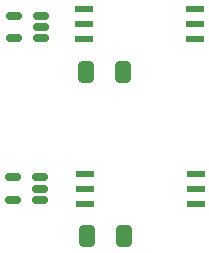
<source format=gbr>
%TF.GenerationSoftware,KiCad,Pcbnew,8.0.8*%
%TF.CreationDate,2025-04-18T11:11:16-04:00*%
%TF.ProjectId,PWM Module 3.0B,50574d20-4d6f-4647-956c-6520332e3042,rev?*%
%TF.SameCoordinates,Original*%
%TF.FileFunction,Paste,Top*%
%TF.FilePolarity,Positive*%
%FSLAX46Y46*%
G04 Gerber Fmt 4.6, Leading zero omitted, Abs format (unit mm)*
G04 Created by KiCad (PCBNEW 8.0.8) date 2025-04-18 11:11:16*
%MOMM*%
%LPD*%
G01*
G04 APERTURE LIST*
G04 Aperture macros list*
%AMRoundRect*
0 Rectangle with rounded corners*
0 $1 Rounding radius*
0 $2 $3 $4 $5 $6 $7 $8 $9 X,Y pos of 4 corners*
0 Add a 4 corners polygon primitive as box body*
4,1,4,$2,$3,$4,$5,$6,$7,$8,$9,$2,$3,0*
0 Add four circle primitives for the rounded corners*
1,1,$1+$1,$2,$3*
1,1,$1+$1,$4,$5*
1,1,$1+$1,$6,$7*
1,1,$1+$1,$8,$9*
0 Add four rect primitives between the rounded corners*
20,1,$1+$1,$2,$3,$4,$5,0*
20,1,$1+$1,$4,$5,$6,$7,0*
20,1,$1+$1,$6,$7,$8,$9,0*
20,1,$1+$1,$8,$9,$2,$3,0*%
G04 Aperture macros list end*
%ADD10R,1.524000X0.533400*%
%ADD11RoundRect,0.150000X0.512500X0.150000X-0.512500X0.150000X-0.512500X-0.150000X0.512500X-0.150000X0*%
%ADD12RoundRect,0.250000X0.412500X0.650000X-0.412500X0.650000X-0.412500X-0.650000X0.412500X-0.650000X0*%
G04 APERTURE END LIST*
D10*
%TO.C,U1*%
X192659000Y-33595000D03*
X192659000Y-32325000D03*
X192659000Y-31055000D03*
X183261000Y-31055000D03*
X183261000Y-32325000D03*
X183261000Y-33595000D03*
%TD*%
D11*
%TO.C,U4*%
X179500000Y-47170000D03*
X179500000Y-46220000D03*
X179500000Y-45270000D03*
X177225000Y-45270000D03*
X177225000Y-47170000D03*
%TD*%
%TO.C,U3*%
X179597500Y-33505000D03*
X179597500Y-32555000D03*
X179597500Y-31605000D03*
X177322500Y-31605000D03*
X177322500Y-33505000D03*
%TD*%
D12*
%TO.C,C2*%
X186625000Y-50270000D03*
X183500000Y-50270000D03*
%TD*%
%TO.C,C1*%
X186522500Y-36325000D03*
X183397500Y-36325000D03*
%TD*%
D10*
%TO.C,U2*%
X192699000Y-47540000D03*
X192699000Y-46270000D03*
X192699000Y-45000000D03*
X183301000Y-45000000D03*
X183301000Y-46270000D03*
X183301000Y-47540000D03*
%TD*%
M02*

</source>
